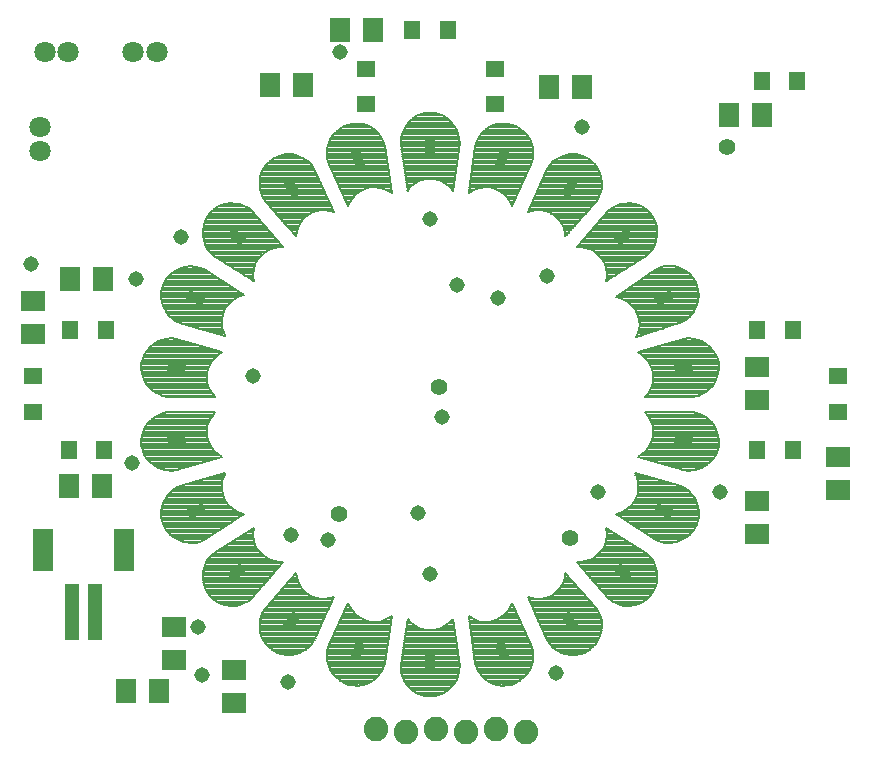
<source format=gts>
G75*
%MOIN*%
%OFA0B0*%
%FSLAX25Y25*%
%IPPOS*%
%LPD*%
%AMOC8*
5,1,8,0,0,1.08239X$1,22.5*
%
%ADD10C,0.07099*%
%ADD11R,0.07887X0.07099*%
%ADD12R,0.07099X0.07887*%
%ADD13R,0.04737X0.18910*%
%ADD14R,0.07099X0.14186*%
%ADD15C,0.08200*%
%ADD16R,0.05524X0.06312*%
%ADD17R,0.06312X0.05524*%
%ADD18C,0.00800*%
%ADD19R,0.05800X0.03300*%
%ADD20R,0.03300X0.05800*%
%ADD21C,0.05556*%
%ADD22C,0.05162*%
D10*
X0114957Y0300185D03*
X0114957Y0308059D03*
X0116685Y0333287D03*
X0124559Y0333287D03*
X0146185Y0333287D03*
X0154059Y0333287D03*
D11*
X0112622Y0250134D03*
X0112622Y0239110D03*
X0159622Y0141634D03*
X0159622Y0130610D03*
X0179622Y0127134D03*
X0179622Y0116110D03*
X0354122Y0172610D03*
X0354122Y0183634D03*
X0381122Y0187110D03*
X0381122Y0198134D03*
X0354122Y0217110D03*
X0354122Y0228134D03*
D12*
X0143610Y0120122D03*
X0154634Y0120122D03*
X0135634Y0188622D03*
X0124610Y0188622D03*
X0125110Y0257622D03*
X0136134Y0257622D03*
X0191610Y0322122D03*
X0202634Y0322122D03*
X0215110Y0340622D03*
X0226134Y0340622D03*
X0284610Y0321622D03*
X0295634Y0321622D03*
X0344610Y0312122D03*
X0355634Y0312122D03*
D13*
X0133559Y0146555D03*
X0125685Y0146555D03*
D14*
X0116236Y0167028D03*
X0143008Y0167028D03*
D15*
X0227122Y0107622D03*
X0237122Y0106622D03*
X0247122Y0107622D03*
X0257122Y0106622D03*
X0267122Y0107622D03*
X0277122Y0106622D03*
D16*
X0354217Y0200622D03*
X0366028Y0200622D03*
X0366028Y0240622D03*
X0354217Y0240622D03*
X0355717Y0323622D03*
X0367528Y0323622D03*
X0251028Y0340622D03*
X0239217Y0340622D03*
X0137028Y0240622D03*
X0125217Y0240622D03*
X0124717Y0200622D03*
X0136528Y0200622D03*
D17*
X0112622Y0213217D03*
X0112622Y0225028D03*
X0223622Y0315717D03*
X0223622Y0327528D03*
X0266622Y0327528D03*
X0266622Y0315717D03*
X0381122Y0225028D03*
X0381122Y0213217D03*
D18*
X0341207Y0205077D02*
X0340788Y0206596D01*
X0340136Y0208031D01*
X0339268Y0209346D01*
X0338205Y0210509D01*
X0336973Y0211491D01*
X0335603Y0212269D01*
X0334128Y0212823D01*
X0332585Y0213139D01*
X0316661Y0213047D01*
X0317642Y0211967D01*
X0318439Y0210744D01*
X0319031Y0209409D01*
X0319402Y0207997D01*
X0319544Y0206545D01*
X0319452Y0205088D01*
X0319128Y0203664D01*
X0318583Y0202310D01*
X0317828Y0201061D01*
X0316883Y0199947D01*
X0315774Y0198999D01*
X0314527Y0198240D01*
X0329777Y0193656D01*
X0331347Y0193523D01*
X0332918Y0193638D01*
X0334453Y0193997D01*
X0335912Y0194592D01*
X0337260Y0195408D01*
X0338464Y0196424D01*
X0339494Y0197616D01*
X0340325Y0198955D01*
X0340936Y0200407D01*
X0341312Y0201937D01*
X0341383Y0203511D01*
X0341207Y0205077D01*
X0341213Y0205026D02*
X0319437Y0205026D01*
X0319498Y0205824D02*
X0341001Y0205824D01*
X0340776Y0206623D02*
X0319536Y0206623D01*
X0319458Y0207421D02*
X0340413Y0207421D01*
X0340011Y0208220D02*
X0319344Y0208220D01*
X0319134Y0209018D02*
X0339484Y0209018D01*
X0338838Y0209817D02*
X0318850Y0209817D01*
X0318496Y0210615D02*
X0338072Y0210615D01*
X0337071Y0211414D02*
X0318003Y0211414D01*
X0317420Y0212212D02*
X0335704Y0212212D01*
X0333212Y0213011D02*
X0316694Y0213011D01*
X0316661Y0218197D02*
X0332585Y0218105D01*
X0334128Y0218421D01*
X0335603Y0218975D01*
X0336974Y0219753D01*
X0338205Y0220735D01*
X0339268Y0221898D01*
X0340136Y0223213D01*
X0340788Y0224648D01*
X0341207Y0226167D01*
X0341383Y0227733D01*
X0341312Y0229307D01*
X0340936Y0230837D01*
X0340324Y0232289D01*
X0339494Y0233628D01*
X0338464Y0234820D01*
X0337260Y0235836D01*
X0335912Y0236652D01*
X0334453Y0237247D01*
X0332918Y0237606D01*
X0331347Y0237721D01*
X0329777Y0237589D01*
X0314527Y0233004D01*
X0315774Y0232245D01*
X0316883Y0231297D01*
X0317828Y0230183D01*
X0318583Y0228934D01*
X0319128Y0227580D01*
X0319452Y0226156D01*
X0319544Y0224700D01*
X0319402Y0223247D01*
X0319031Y0221835D01*
X0318439Y0220500D01*
X0317642Y0219277D01*
X0316661Y0218197D01*
X0317027Y0218600D02*
X0334605Y0218600D01*
X0336350Y0219399D02*
X0317722Y0219399D01*
X0318242Y0220197D02*
X0337531Y0220197D01*
X0338444Y0220996D02*
X0318659Y0220996D01*
X0319013Y0221794D02*
X0339173Y0221794D01*
X0339727Y0222593D02*
X0319230Y0222593D01*
X0319416Y0223391D02*
X0340217Y0223391D01*
X0340580Y0224190D02*
X0319494Y0224190D01*
X0319525Y0224988D02*
X0340882Y0224988D01*
X0341102Y0225787D02*
X0319475Y0225787D01*
X0319354Y0226585D02*
X0341254Y0226585D01*
X0341344Y0227384D02*
X0319173Y0227384D01*
X0318886Y0228182D02*
X0341363Y0228182D01*
X0341327Y0228981D02*
X0318554Y0228981D01*
X0318072Y0229779D02*
X0341196Y0229779D01*
X0340999Y0230578D02*
X0317493Y0230578D01*
X0316790Y0231376D02*
X0340709Y0231376D01*
X0340372Y0232175D02*
X0315856Y0232175D01*
X0314578Y0232973D02*
X0339900Y0232973D01*
X0339369Y0233772D02*
X0317080Y0233772D01*
X0319737Y0234570D02*
X0338679Y0234570D01*
X0337813Y0235369D02*
X0322393Y0235369D01*
X0325049Y0236167D02*
X0336712Y0236167D01*
X0335142Y0236966D02*
X0327706Y0236966D01*
X0322700Y0240959D02*
X0314866Y0240959D01*
X0314849Y0240762D02*
X0314491Y0239347D01*
X0313912Y0238006D01*
X0329008Y0243077D01*
X0330366Y0243877D01*
X0331582Y0244878D01*
X0332626Y0246058D01*
X0333473Y0247387D01*
X0334102Y0248831D01*
X0334497Y0250357D01*
X0334649Y0251925D01*
X0334554Y0253498D01*
X0334213Y0255036D01*
X0333636Y0256502D01*
X0332785Y0257828D01*
X0331736Y0259004D01*
X0330516Y0260001D01*
X0329155Y0260796D01*
X0327687Y0261367D01*
X0326148Y0261703D01*
X0324574Y0261793D01*
X0323007Y0261636D01*
X0321483Y0261235D01*
X0320040Y0260601D01*
X0307097Y0251325D01*
X0308523Y0251010D01*
X0309880Y0250472D01*
X0311134Y0249725D01*
X0312253Y0248787D01*
X0313208Y0247683D01*
X0313975Y0246441D01*
X0314534Y0245093D01*
X0314870Y0243672D01*
X0314976Y0242216D01*
X0314849Y0240762D01*
X0314697Y0240160D02*
X0320323Y0240160D01*
X0317946Y0239362D02*
X0314495Y0239362D01*
X0314153Y0238563D02*
X0315569Y0238563D01*
X0314936Y0241757D02*
X0325077Y0241757D01*
X0327454Y0242556D02*
X0314952Y0242556D01*
X0314894Y0243354D02*
X0329478Y0243354D01*
X0330701Y0244153D02*
X0314756Y0244153D01*
X0314567Y0244951D02*
X0331646Y0244951D01*
X0332353Y0245750D02*
X0314261Y0245750D01*
X0313909Y0246548D02*
X0332939Y0246548D01*
X0333448Y0247347D02*
X0313416Y0247347D01*
X0312808Y0248145D02*
X0333804Y0248145D01*
X0334131Y0248944D02*
X0312066Y0248944D01*
X0311105Y0249742D02*
X0334338Y0249742D01*
X0334515Y0250541D02*
X0309707Y0250541D01*
X0308232Y0252138D02*
X0334636Y0252138D01*
X0334588Y0252936D02*
X0309346Y0252936D01*
X0310460Y0253735D02*
X0334501Y0253735D01*
X0334324Y0254533D02*
X0311574Y0254533D01*
X0312688Y0255332D02*
X0334097Y0255332D01*
X0333783Y0256130D02*
X0313802Y0256130D01*
X0314916Y0256929D02*
X0333362Y0256929D01*
X0332849Y0257727D02*
X0316030Y0257727D01*
X0317144Y0258526D02*
X0332162Y0258526D01*
X0331344Y0259324D02*
X0318259Y0259324D01*
X0319373Y0260123D02*
X0330308Y0260123D01*
X0328833Y0260921D02*
X0320768Y0260921D01*
X0323848Y0261720D02*
X0325845Y0261720D01*
X0319128Y0267309D02*
X0298509Y0267309D01*
X0298313Y0267406D02*
X0299623Y0266762D01*
X0300814Y0265918D01*
X0301855Y0264894D01*
X0302720Y0263718D01*
X0303386Y0262419D01*
X0303836Y0261030D01*
X0304059Y0259588D01*
X0304049Y0258128D01*
X0303807Y0256688D01*
X0317257Y0265214D01*
X0318385Y0266314D01*
X0319327Y0267577D01*
X0320060Y0268971D01*
X0320566Y0270464D01*
X0320832Y0272017D01*
X0320852Y0273592D01*
X0320625Y0275151D01*
X0320157Y0276656D01*
X0319459Y0278069D01*
X0318549Y0279355D01*
X0317406Y0280439D01*
X0316107Y0281331D01*
X0314685Y0282009D01*
X0313174Y0282456D01*
X0311611Y0282661D01*
X0310036Y0282619D01*
X0308487Y0282331D01*
X0307002Y0281805D01*
X0305618Y0281052D01*
X0304368Y0280093D01*
X0294011Y0267996D01*
X0295471Y0268031D01*
X0296917Y0267832D01*
X0298313Y0267406D01*
X0299978Y0266511D02*
X0318532Y0266511D01*
X0317768Y0265712D02*
X0301023Y0265712D01*
X0301835Y0264914D02*
X0316784Y0264914D01*
X0315524Y0264115D02*
X0302428Y0264115D01*
X0302925Y0263317D02*
X0314264Y0263317D01*
X0313005Y0262518D02*
X0303335Y0262518D01*
X0303612Y0261720D02*
X0311745Y0261720D01*
X0310485Y0260921D02*
X0303853Y0260921D01*
X0303976Y0260123D02*
X0309225Y0260123D01*
X0307966Y0259324D02*
X0304057Y0259324D01*
X0304052Y0258526D02*
X0306706Y0258526D01*
X0305446Y0257727D02*
X0303982Y0257727D01*
X0303847Y0256929D02*
X0304186Y0256929D01*
X0307118Y0251339D02*
X0334592Y0251339D01*
X0319606Y0268108D02*
X0294107Y0268108D01*
X0294791Y0268906D02*
X0320026Y0268906D01*
X0320308Y0269705D02*
X0295474Y0269705D01*
X0296158Y0270503D02*
X0320572Y0270503D01*
X0320709Y0271302D02*
X0296842Y0271302D01*
X0297525Y0272100D02*
X0320833Y0272100D01*
X0320843Y0272899D02*
X0298209Y0272899D01*
X0298893Y0273698D02*
X0320836Y0273698D01*
X0320720Y0274496D02*
X0299576Y0274496D01*
X0300260Y0275295D02*
X0320580Y0275295D01*
X0320332Y0276093D02*
X0300944Y0276093D01*
X0301627Y0276892D02*
X0320041Y0276892D01*
X0319646Y0277690D02*
X0302311Y0277690D01*
X0302995Y0278489D02*
X0319162Y0278489D01*
X0318598Y0279287D02*
X0303678Y0279287D01*
X0304362Y0280086D02*
X0317779Y0280086D01*
X0316758Y0280884D02*
X0305399Y0280884D01*
X0306778Y0281683D02*
X0315369Y0281683D01*
X0312979Y0282481D02*
X0309295Y0282481D01*
X0301527Y0285004D02*
X0302074Y0286481D01*
X0302384Y0288026D01*
X0302447Y0289601D01*
X0302264Y0291166D01*
X0301838Y0292683D01*
X0301181Y0294114D01*
X0300307Y0295426D01*
X0299239Y0296584D01*
X0298003Y0297561D01*
X0296600Y0298278D01*
X0295102Y0298767D01*
X0293546Y0299016D01*
X0291970Y0299018D01*
X0290414Y0298773D01*
X0288915Y0298288D01*
X0287510Y0297575D01*
X0286234Y0296651D01*
X0285118Y0295538D01*
X0284190Y0294265D01*
X0277670Y0279736D01*
X0279061Y0280181D01*
X0280504Y0280399D01*
X0281964Y0280384D01*
X0283402Y0280137D01*
X0284783Y0279663D01*
X0286071Y0278975D01*
X0287232Y0278091D01*
X0288238Y0277032D01*
X0289062Y0275827D01*
X0289683Y0274506D01*
X0290086Y0273103D01*
X0290260Y0271654D01*
X0300755Y0283630D01*
X0301527Y0285004D01*
X0301456Y0284877D02*
X0279977Y0284877D01*
X0280336Y0285675D02*
X0301776Y0285675D01*
X0302071Y0286474D02*
X0280694Y0286474D01*
X0281052Y0287272D02*
X0302233Y0287272D01*
X0302385Y0288071D02*
X0281411Y0288071D01*
X0281769Y0288869D02*
X0302418Y0288869D01*
X0302440Y0289668D02*
X0282127Y0289668D01*
X0282486Y0290466D02*
X0302346Y0290466D01*
X0302236Y0291265D02*
X0282844Y0291265D01*
X0283202Y0292063D02*
X0302012Y0292063D01*
X0301756Y0292862D02*
X0283561Y0292862D01*
X0283919Y0293660D02*
X0301389Y0293660D01*
X0300951Y0294459D02*
X0284332Y0294459D01*
X0284914Y0295257D02*
X0300419Y0295257D01*
X0299726Y0296056D02*
X0285637Y0296056D01*
X0286515Y0296854D02*
X0298897Y0296854D01*
X0297823Y0297653D02*
X0287663Y0297653D01*
X0289419Y0298451D02*
X0296069Y0298451D01*
X0301007Y0284078D02*
X0279619Y0284078D01*
X0279260Y0283280D02*
X0300448Y0283280D01*
X0299749Y0282481D02*
X0278902Y0282481D01*
X0278544Y0281683D02*
X0299049Y0281683D01*
X0298349Y0280884D02*
X0278185Y0280884D01*
X0277827Y0280086D02*
X0278761Y0280086D01*
X0283551Y0280086D02*
X0297649Y0280086D01*
X0296949Y0279287D02*
X0285487Y0279287D01*
X0286710Y0278489D02*
X0296250Y0278489D01*
X0295550Y0277690D02*
X0287613Y0277690D01*
X0288334Y0276892D02*
X0294850Y0276892D01*
X0294150Y0276093D02*
X0288880Y0276093D01*
X0289312Y0275295D02*
X0293450Y0275295D01*
X0292751Y0274496D02*
X0289686Y0274496D01*
X0289915Y0273698D02*
X0292051Y0273698D01*
X0291351Y0272899D02*
X0290110Y0272899D01*
X0290206Y0272100D02*
X0290651Y0272100D01*
X0274062Y0285675D02*
X0269885Y0285675D01*
X0269996Y0285584D02*
X0270965Y0284493D01*
X0271748Y0283260D01*
X0272324Y0281919D01*
X0279011Y0296371D01*
X0279363Y0297907D01*
X0279471Y0299479D01*
X0279332Y0301048D01*
X0278948Y0302577D01*
X0278331Y0304026D01*
X0277494Y0305361D01*
X0276459Y0306549D01*
X0275250Y0307560D01*
X0273899Y0308370D01*
X0272437Y0308958D01*
X0270889Y0309250D01*
X0269314Y0309296D01*
X0267751Y0309095D01*
X0266239Y0308652D01*
X0264815Y0307978D01*
X0263513Y0307090D01*
X0262367Y0306009D01*
X0261404Y0304762D01*
X0260648Y0303380D01*
X0260117Y0301896D01*
X0257964Y0286118D01*
X0259172Y0286938D01*
X0260496Y0287554D01*
X0261900Y0287952D01*
X0263350Y0288121D01*
X0264809Y0288056D01*
X0266238Y0287760D01*
X0267602Y0287239D01*
X0268865Y0286508D01*
X0269996Y0285584D01*
X0270624Y0284877D02*
X0273692Y0284877D01*
X0273323Y0284078D02*
X0271228Y0284078D01*
X0271735Y0283280D02*
X0272953Y0283280D01*
X0272584Y0282481D02*
X0272082Y0282481D01*
X0274431Y0286474D02*
X0268907Y0286474D01*
X0267515Y0287272D02*
X0274801Y0287272D01*
X0275170Y0288071D02*
X0264474Y0288071D01*
X0262922Y0288071D02*
X0258231Y0288071D01*
X0258340Y0288869D02*
X0275540Y0288869D01*
X0275909Y0289668D02*
X0258449Y0289668D01*
X0258558Y0290466D02*
X0276279Y0290466D01*
X0276648Y0291265D02*
X0258667Y0291265D01*
X0258776Y0292063D02*
X0277018Y0292063D01*
X0277387Y0292862D02*
X0258885Y0292862D01*
X0258993Y0293660D02*
X0277757Y0293660D01*
X0278126Y0294459D02*
X0259102Y0294459D01*
X0259211Y0295257D02*
X0278496Y0295257D01*
X0278865Y0296056D02*
X0259320Y0296056D01*
X0259429Y0296854D02*
X0279122Y0296854D01*
X0279305Y0297653D02*
X0259538Y0297653D01*
X0259647Y0298451D02*
X0279401Y0298451D01*
X0279455Y0299250D02*
X0259756Y0299250D01*
X0259865Y0300048D02*
X0279420Y0300048D01*
X0279349Y0300847D02*
X0259974Y0300847D01*
X0260083Y0301645D02*
X0279182Y0301645D01*
X0278982Y0302444D02*
X0260313Y0302444D01*
X0260599Y0303242D02*
X0278665Y0303242D01*
X0278321Y0304041D02*
X0261010Y0304041D01*
X0261464Y0304839D02*
X0277821Y0304839D01*
X0277253Y0305638D02*
X0262081Y0305638D01*
X0262820Y0306436D02*
X0276557Y0306436D01*
X0275639Y0307235D02*
X0263726Y0307235D01*
X0264931Y0308034D02*
X0274460Y0308034D01*
X0272751Y0308832D02*
X0266852Y0308832D01*
X0254534Y0305809D02*
X0253960Y0307276D01*
X0253163Y0308635D01*
X0252163Y0309853D01*
X0250985Y0310900D01*
X0249658Y0311749D01*
X0248215Y0312381D01*
X0246690Y0312779D01*
X0245122Y0312933D01*
X0243554Y0312779D01*
X0242029Y0312381D01*
X0240586Y0311749D01*
X0239259Y0310900D01*
X0238081Y0309853D01*
X0237081Y0308635D01*
X0236285Y0307276D01*
X0235710Y0305809D01*
X0235372Y0304270D01*
X0235280Y0302697D01*
X0237642Y0286949D01*
X0238571Y0288075D01*
X0239668Y0289038D01*
X0240905Y0289814D01*
X0242249Y0290383D01*
X0243667Y0290730D01*
X0245122Y0290847D01*
X0246577Y0290730D01*
X0247995Y0290383D01*
X0249339Y0289814D01*
X0250576Y0289038D01*
X0251673Y0288075D01*
X0252602Y0286949D01*
X0254965Y0302697D01*
X0254872Y0304270D01*
X0254534Y0305809D01*
X0254571Y0305638D02*
X0235673Y0305638D01*
X0235497Y0304839D02*
X0254747Y0304839D01*
X0254885Y0304041D02*
X0235359Y0304041D01*
X0235312Y0303242D02*
X0254932Y0303242D01*
X0254927Y0302444D02*
X0235317Y0302444D01*
X0235437Y0301645D02*
X0254807Y0301645D01*
X0254687Y0300847D02*
X0235557Y0300847D01*
X0235677Y0300048D02*
X0254567Y0300048D01*
X0254448Y0299250D02*
X0235797Y0299250D01*
X0235916Y0298451D02*
X0254328Y0298451D01*
X0254208Y0297653D02*
X0236036Y0297653D01*
X0236156Y0296854D02*
X0254088Y0296854D01*
X0253968Y0296056D02*
X0236276Y0296056D01*
X0236395Y0295257D02*
X0253849Y0295257D01*
X0253729Y0294459D02*
X0236515Y0294459D01*
X0236635Y0293660D02*
X0253609Y0293660D01*
X0253489Y0292862D02*
X0236755Y0292862D01*
X0236875Y0292063D02*
X0253370Y0292063D01*
X0253250Y0291265D02*
X0236994Y0291265D01*
X0237114Y0290466D02*
X0242591Y0290466D01*
X0240672Y0289668D02*
X0237234Y0289668D01*
X0237354Y0288869D02*
X0239476Y0288869D01*
X0238568Y0288071D02*
X0237473Y0288071D01*
X0237593Y0287272D02*
X0237909Y0287272D01*
X0232231Y0286474D02*
X0231755Y0286474D01*
X0232280Y0286118D02*
X0230127Y0301896D01*
X0229596Y0303380D01*
X0228840Y0304762D01*
X0227877Y0306009D01*
X0226731Y0307090D01*
X0225430Y0307979D01*
X0224005Y0308653D01*
X0222493Y0309095D01*
X0220930Y0309296D01*
X0219355Y0309250D01*
X0217807Y0308958D01*
X0216345Y0308370D01*
X0214994Y0307560D01*
X0213785Y0306549D01*
X0212750Y0305361D01*
X0211913Y0304026D01*
X0211296Y0302577D01*
X0210913Y0301048D01*
X0210773Y0299479D01*
X0210881Y0297907D01*
X0211233Y0296371D01*
X0217920Y0281919D01*
X0218496Y0283260D01*
X0219279Y0284493D01*
X0220248Y0285584D01*
X0221379Y0286508D01*
X0222642Y0287239D01*
X0224006Y0287760D01*
X0225435Y0288056D01*
X0226894Y0288121D01*
X0228344Y0287952D01*
X0229748Y0287554D01*
X0231072Y0286938D01*
X0232280Y0286118D01*
X0232122Y0287272D02*
X0230354Y0287272D01*
X0232013Y0288071D02*
X0227322Y0288071D01*
X0225770Y0288071D02*
X0215074Y0288071D01*
X0214704Y0288869D02*
X0231904Y0288869D01*
X0231795Y0289668D02*
X0214335Y0289668D01*
X0213965Y0290466D02*
X0231686Y0290466D01*
X0231577Y0291265D02*
X0213596Y0291265D01*
X0213226Y0292063D02*
X0231468Y0292063D01*
X0231360Y0292862D02*
X0212857Y0292862D01*
X0212487Y0293660D02*
X0231251Y0293660D01*
X0231142Y0294459D02*
X0212118Y0294459D01*
X0211748Y0295257D02*
X0231033Y0295257D01*
X0230924Y0296056D02*
X0211379Y0296056D01*
X0211122Y0296854D02*
X0230815Y0296854D01*
X0230706Y0297653D02*
X0210939Y0297653D01*
X0210844Y0298451D02*
X0230597Y0298451D01*
X0230488Y0299250D02*
X0210789Y0299250D01*
X0210824Y0300048D02*
X0230379Y0300048D01*
X0230270Y0300847D02*
X0210895Y0300847D01*
X0211062Y0301645D02*
X0230161Y0301645D01*
X0229931Y0302444D02*
X0211263Y0302444D01*
X0211580Y0303242D02*
X0229645Y0303242D01*
X0229235Y0304041D02*
X0211923Y0304041D01*
X0212423Y0304839D02*
X0228780Y0304839D01*
X0228164Y0305638D02*
X0212991Y0305638D01*
X0213687Y0306436D02*
X0227424Y0306436D01*
X0226519Y0307235D02*
X0214605Y0307235D01*
X0215784Y0308034D02*
X0225313Y0308034D01*
X0223392Y0308832D02*
X0217493Y0308832D01*
X0205107Y0296056D02*
X0191018Y0296056D01*
X0191505Y0296584D02*
X0190437Y0295426D01*
X0189564Y0294114D01*
X0188906Y0292683D01*
X0188480Y0291166D01*
X0188297Y0289601D01*
X0188361Y0288026D01*
X0188670Y0286481D01*
X0189217Y0285004D01*
X0189989Y0283630D01*
X0200484Y0271654D01*
X0200658Y0273103D01*
X0201061Y0274506D01*
X0201682Y0275827D01*
X0202506Y0277032D01*
X0203512Y0278091D01*
X0204673Y0278975D01*
X0205961Y0279663D01*
X0207342Y0280137D01*
X0208780Y0280384D01*
X0210240Y0280399D01*
X0211684Y0280181D01*
X0213074Y0279736D01*
X0206554Y0294265D01*
X0205626Y0295538D01*
X0204510Y0296651D01*
X0203234Y0297575D01*
X0201829Y0298289D01*
X0200330Y0298773D01*
X0198774Y0299018D01*
X0197198Y0299016D01*
X0195642Y0298767D01*
X0194144Y0298278D01*
X0192741Y0297561D01*
X0191505Y0296584D01*
X0191847Y0296854D02*
X0204229Y0296854D01*
X0203081Y0297653D02*
X0192921Y0297653D01*
X0194675Y0298451D02*
X0201326Y0298451D01*
X0205830Y0295257D02*
X0190325Y0295257D01*
X0189793Y0294459D02*
X0206412Y0294459D01*
X0206825Y0293660D02*
X0189355Y0293660D01*
X0188988Y0292862D02*
X0207183Y0292862D01*
X0207542Y0292063D02*
X0188732Y0292063D01*
X0188508Y0291265D02*
X0207900Y0291265D01*
X0208258Y0290466D02*
X0188398Y0290466D01*
X0188305Y0289668D02*
X0208617Y0289668D01*
X0208975Y0288869D02*
X0188326Y0288869D01*
X0188359Y0288071D02*
X0209333Y0288071D01*
X0209692Y0287272D02*
X0188512Y0287272D01*
X0188673Y0286474D02*
X0210050Y0286474D01*
X0210409Y0285675D02*
X0188968Y0285675D01*
X0189288Y0284877D02*
X0210767Y0284877D01*
X0211125Y0284078D02*
X0189737Y0284078D01*
X0190296Y0283280D02*
X0211484Y0283280D01*
X0211842Y0282481D02*
X0190995Y0282481D01*
X0191695Y0281683D02*
X0212200Y0281683D01*
X0212559Y0280884D02*
X0192395Y0280884D01*
X0193095Y0280086D02*
X0207193Y0280086D01*
X0205257Y0279287D02*
X0193795Y0279287D01*
X0194494Y0278489D02*
X0204034Y0278489D01*
X0203131Y0277690D02*
X0195194Y0277690D01*
X0195894Y0276892D02*
X0202410Y0276892D01*
X0201864Y0276093D02*
X0196594Y0276093D01*
X0197294Y0275295D02*
X0201432Y0275295D01*
X0201058Y0274496D02*
X0197993Y0274496D01*
X0198693Y0273698D02*
X0200829Y0273698D01*
X0200634Y0272899D02*
X0199393Y0272899D01*
X0200093Y0272100D02*
X0200538Y0272100D01*
X0196137Y0268108D02*
X0170638Y0268108D01*
X0170917Y0267577D02*
X0171859Y0266314D01*
X0172987Y0265214D01*
X0186437Y0256688D01*
X0186195Y0258128D01*
X0186185Y0259588D01*
X0186408Y0261030D01*
X0186858Y0262419D01*
X0187524Y0263718D01*
X0188389Y0264894D01*
X0189430Y0265918D01*
X0190621Y0266762D01*
X0191931Y0267406D01*
X0193327Y0267832D01*
X0194773Y0268031D01*
X0196233Y0267996D01*
X0185876Y0280093D01*
X0184626Y0281052D01*
X0183242Y0281805D01*
X0181757Y0282331D01*
X0180208Y0282619D01*
X0178633Y0282661D01*
X0177070Y0282456D01*
X0175559Y0282009D01*
X0174137Y0281331D01*
X0172838Y0280439D01*
X0171695Y0279355D01*
X0170785Y0278069D01*
X0170087Y0276656D01*
X0169619Y0275151D01*
X0169393Y0273592D01*
X0169413Y0272017D01*
X0169679Y0270464D01*
X0170184Y0268971D01*
X0170917Y0267577D01*
X0171117Y0267309D02*
X0191735Y0267309D01*
X0190266Y0266511D02*
X0171712Y0266511D01*
X0172476Y0265712D02*
X0189221Y0265712D01*
X0188409Y0264914D02*
X0173460Y0264914D01*
X0174720Y0264115D02*
X0187816Y0264115D01*
X0187319Y0263317D02*
X0175980Y0263317D01*
X0177240Y0262518D02*
X0186909Y0262518D01*
X0186632Y0261720D02*
X0178499Y0261720D01*
X0179759Y0260921D02*
X0186391Y0260921D01*
X0186268Y0260123D02*
X0181019Y0260123D01*
X0182279Y0259324D02*
X0186187Y0259324D01*
X0186192Y0258526D02*
X0183538Y0258526D01*
X0184798Y0257727D02*
X0186262Y0257727D01*
X0186397Y0256929D02*
X0186058Y0256929D01*
X0182988Y0252138D02*
X0155582Y0252138D01*
X0155571Y0251401D02*
X0155595Y0252977D01*
X0155865Y0254529D01*
X0156374Y0256020D01*
X0157165Y0257383D01*
X0158160Y0258605D01*
X0159333Y0259657D01*
X0160656Y0260512D01*
X0162097Y0261150D01*
X0163620Y0261555D01*
X0165187Y0261716D01*
X0166760Y0261630D01*
X0168301Y0261299D01*
X0169771Y0260731D01*
X0183121Y0252051D01*
X0181711Y0251672D01*
X0180380Y0251074D01*
X0179161Y0250270D01*
X0178086Y0249283D01*
X0177182Y0248137D01*
X0176472Y0246861D01*
X0175975Y0245488D01*
X0175703Y0244054D01*
X0175663Y0242595D01*
X0175857Y0241148D01*
X0176278Y0239750D01*
X0176917Y0238438D01*
X0161607Y0242819D01*
X0160215Y0243556D01*
X0158954Y0244501D01*
X0157857Y0245632D01*
X0156951Y0246921D01*
X0156257Y0248336D01*
X0155793Y0249842D01*
X0155571Y0251401D01*
X0155579Y0251339D02*
X0180970Y0251339D01*
X0179572Y0250541D02*
X0155693Y0250541D01*
X0155824Y0249742D02*
X0178586Y0249742D01*
X0177819Y0248944D02*
X0156070Y0248944D01*
X0156351Y0248145D02*
X0177189Y0248145D01*
X0176743Y0247347D02*
X0156742Y0247347D01*
X0157213Y0246548D02*
X0176359Y0246548D01*
X0176070Y0245750D02*
X0157775Y0245750D01*
X0158518Y0244951D02*
X0175873Y0244951D01*
X0175722Y0244153D02*
X0159419Y0244153D01*
X0160596Y0243354D02*
X0175684Y0243354D01*
X0175669Y0242556D02*
X0162527Y0242556D01*
X0165318Y0241757D02*
X0175775Y0241757D01*
X0175914Y0240959D02*
X0168108Y0240959D01*
X0170898Y0240160D02*
X0176155Y0240160D01*
X0176467Y0239362D02*
X0173689Y0239362D01*
X0176479Y0238563D02*
X0176856Y0238563D01*
X0175717Y0233004D02*
X0160467Y0237589D01*
X0158897Y0237721D01*
X0157326Y0237606D01*
X0155791Y0237247D01*
X0154332Y0236652D01*
X0152984Y0235837D01*
X0151780Y0234820D01*
X0150750Y0233628D01*
X0149920Y0232289D01*
X0149308Y0230837D01*
X0148932Y0229307D01*
X0148861Y0227733D01*
X0149037Y0226167D01*
X0149456Y0224648D01*
X0150108Y0223213D01*
X0150976Y0221898D01*
X0152039Y0220735D01*
X0153271Y0219753D01*
X0154641Y0218975D01*
X0156116Y0218421D01*
X0157660Y0218105D01*
X0173583Y0218197D01*
X0172602Y0219277D01*
X0171805Y0220500D01*
X0171213Y0221835D01*
X0170842Y0223247D01*
X0170701Y0224700D01*
X0170793Y0226156D01*
X0171116Y0227580D01*
X0171662Y0228934D01*
X0172416Y0230183D01*
X0173361Y0231297D01*
X0174470Y0232245D01*
X0175717Y0233004D01*
X0175666Y0232973D02*
X0150344Y0232973D01*
X0149872Y0232175D02*
X0174388Y0232175D01*
X0173454Y0231376D02*
X0149535Y0231376D01*
X0149245Y0230578D02*
X0172751Y0230578D01*
X0172172Y0229779D02*
X0149048Y0229779D01*
X0148917Y0228981D02*
X0171690Y0228981D01*
X0171358Y0228182D02*
X0148881Y0228182D01*
X0148900Y0227384D02*
X0171071Y0227384D01*
X0170890Y0226585D02*
X0148990Y0226585D01*
X0149142Y0225787D02*
X0170769Y0225787D01*
X0170719Y0224988D02*
X0149363Y0224988D01*
X0149665Y0224190D02*
X0170750Y0224190D01*
X0170828Y0223391D02*
X0150027Y0223391D01*
X0150518Y0222593D02*
X0171014Y0222593D01*
X0171231Y0221794D02*
X0151071Y0221794D01*
X0151801Y0220996D02*
X0171585Y0220996D01*
X0172002Y0220197D02*
X0152713Y0220197D01*
X0153894Y0219399D02*
X0172523Y0219399D01*
X0173217Y0218600D02*
X0155639Y0218600D01*
X0157032Y0213011D02*
X0173550Y0213011D01*
X0173583Y0213047D02*
X0157660Y0213139D01*
X0156116Y0212823D01*
X0154641Y0212269D01*
X0153271Y0211491D01*
X0152039Y0210509D01*
X0150976Y0209346D01*
X0150108Y0208031D01*
X0149456Y0206596D01*
X0149037Y0205077D01*
X0148861Y0203512D01*
X0148932Y0201937D01*
X0149308Y0200407D01*
X0149920Y0198955D01*
X0150750Y0197616D01*
X0151781Y0196424D01*
X0152984Y0195408D01*
X0154332Y0194592D01*
X0155792Y0193997D01*
X0157326Y0193638D01*
X0158897Y0193523D01*
X0160467Y0193656D01*
X0175717Y0198240D01*
X0174470Y0198999D01*
X0173361Y0199947D01*
X0172416Y0201061D01*
X0171662Y0202310D01*
X0171116Y0203664D01*
X0170793Y0205088D01*
X0170701Y0206545D01*
X0170842Y0207997D01*
X0171213Y0209409D01*
X0171805Y0210744D01*
X0172602Y0211967D01*
X0173583Y0213047D01*
X0172825Y0212212D02*
X0154540Y0212212D01*
X0153173Y0211414D02*
X0172241Y0211414D01*
X0171748Y0210615D02*
X0152172Y0210615D01*
X0151406Y0209817D02*
X0171394Y0209817D01*
X0171110Y0209018D02*
X0150759Y0209018D01*
X0150232Y0208220D02*
X0170900Y0208220D01*
X0170786Y0207421D02*
X0149831Y0207421D01*
X0149468Y0206623D02*
X0170708Y0206623D01*
X0170746Y0205824D02*
X0149243Y0205824D01*
X0149031Y0205026D02*
X0170807Y0205026D01*
X0170988Y0204227D02*
X0148942Y0204227D01*
X0148865Y0203429D02*
X0171211Y0203429D01*
X0171533Y0202630D02*
X0148901Y0202630D01*
X0148958Y0201831D02*
X0171951Y0201831D01*
X0172440Y0201033D02*
X0149154Y0201033D01*
X0149381Y0200234D02*
X0173117Y0200234D01*
X0173959Y0199436D02*
X0149717Y0199436D01*
X0150117Y0198637D02*
X0175064Y0198637D01*
X0174384Y0197839D02*
X0150612Y0197839D01*
X0151248Y0197040D02*
X0171728Y0197040D01*
X0169071Y0196242D02*
X0151996Y0196242D01*
X0152942Y0195443D02*
X0166415Y0195443D01*
X0163758Y0194645D02*
X0154245Y0194645D01*
X0156436Y0193846D02*
X0161102Y0193846D01*
X0163809Y0189055D02*
X0175718Y0189055D01*
X0175663Y0188649D02*
X0175857Y0190096D01*
X0176278Y0191494D01*
X0176917Y0192806D01*
X0161607Y0188425D01*
X0160215Y0187689D01*
X0158954Y0186743D01*
X0157857Y0185612D01*
X0156951Y0184323D01*
X0156257Y0182908D01*
X0155793Y0181403D01*
X0155570Y0179843D01*
X0155595Y0178267D01*
X0155865Y0176715D01*
X0156374Y0175224D01*
X0157165Y0173861D01*
X0158160Y0172639D01*
X0159333Y0171587D01*
X0160656Y0170732D01*
X0162097Y0170094D01*
X0163620Y0169690D01*
X0165187Y0169528D01*
X0166760Y0169614D01*
X0168301Y0169945D01*
X0169771Y0170513D01*
X0183121Y0179193D01*
X0181711Y0179572D01*
X0180380Y0180170D01*
X0179161Y0180974D01*
X0178086Y0181961D01*
X0177182Y0183108D01*
X0176472Y0184383D01*
X0175975Y0185756D01*
X0175703Y0187190D01*
X0175663Y0188649D01*
X0175674Y0188257D02*
X0161289Y0188257D01*
X0159908Y0187458D02*
X0175696Y0187458D01*
X0175804Y0186660D02*
X0158874Y0186660D01*
X0158099Y0185861D02*
X0175955Y0185861D01*
X0176226Y0185063D02*
X0157471Y0185063D01*
X0156922Y0184264D02*
X0176539Y0184264D01*
X0176983Y0183466D02*
X0156530Y0183466D01*
X0156183Y0182667D02*
X0177529Y0182667D01*
X0178187Y0181869D02*
X0155937Y0181869D01*
X0155746Y0181070D02*
X0179056Y0181070D01*
X0180226Y0180272D02*
X0155632Y0180272D01*
X0155576Y0179473D02*
X0182078Y0179473D01*
X0182324Y0178675D02*
X0155588Y0178675D01*
X0155663Y0177876D02*
X0181096Y0177876D01*
X0179868Y0177078D02*
X0155802Y0177078D01*
X0156014Y0176279D02*
X0178640Y0176279D01*
X0177412Y0175481D02*
X0156287Y0175481D01*
X0156689Y0174682D02*
X0176183Y0174682D01*
X0174955Y0173884D02*
X0157152Y0173884D01*
X0157797Y0173085D02*
X0173727Y0173085D01*
X0172499Y0172287D02*
X0158553Y0172287D01*
X0159486Y0171488D02*
X0171271Y0171488D01*
X0170043Y0170690D02*
X0160752Y0170690D01*
X0162862Y0169891D02*
X0168050Y0169891D01*
X0172033Y0165100D02*
X0189749Y0165100D01*
X0189430Y0165326D02*
X0188389Y0166350D01*
X0187524Y0167526D01*
X0186858Y0168825D01*
X0186408Y0170214D01*
X0186185Y0171657D01*
X0186195Y0173116D01*
X0186437Y0174556D01*
X0172987Y0166030D01*
X0171859Y0164930D01*
X0170917Y0163667D01*
X0170184Y0162273D01*
X0169678Y0160780D01*
X0169412Y0159227D01*
X0169392Y0157652D01*
X0169619Y0156093D01*
X0170087Y0154588D01*
X0170785Y0153175D01*
X0171695Y0151889D01*
X0172838Y0150805D01*
X0174137Y0149913D01*
X0175559Y0149235D01*
X0177070Y0148788D01*
X0178633Y0148583D01*
X0180208Y0148625D01*
X0181757Y0148913D01*
X0183242Y0149440D01*
X0184626Y0150192D01*
X0185876Y0151151D01*
X0196233Y0163248D01*
X0194773Y0163213D01*
X0193327Y0163412D01*
X0191931Y0163838D01*
X0190621Y0164482D01*
X0189430Y0165326D01*
X0188848Y0165898D02*
X0172852Y0165898D01*
X0174039Y0166697D02*
X0188134Y0166697D01*
X0187547Y0167496D02*
X0175299Y0167496D01*
X0176558Y0168294D02*
X0187131Y0168294D01*
X0186772Y0169093D02*
X0177818Y0169093D01*
X0179078Y0169891D02*
X0186513Y0169891D01*
X0186335Y0170690D02*
X0180338Y0170690D01*
X0181597Y0171488D02*
X0186211Y0171488D01*
X0186189Y0172287D02*
X0182857Y0172287D01*
X0184117Y0173085D02*
X0186195Y0173085D01*
X0186324Y0173884D02*
X0185377Y0173884D01*
X0190988Y0164301D02*
X0171390Y0164301D01*
X0170831Y0163503D02*
X0193029Y0163503D01*
X0195084Y0161906D02*
X0170060Y0161906D01*
X0169789Y0161107D02*
X0194400Y0161107D01*
X0193716Y0160309D02*
X0169598Y0160309D01*
X0169461Y0159510D02*
X0193033Y0159510D01*
X0192349Y0158712D02*
X0169406Y0158712D01*
X0169396Y0157913D02*
X0191665Y0157913D01*
X0190982Y0157115D02*
X0169471Y0157115D01*
X0169587Y0156316D02*
X0190298Y0156316D01*
X0189614Y0155518D02*
X0169798Y0155518D01*
X0170046Y0154719D02*
X0188931Y0154719D01*
X0188247Y0153921D02*
X0170417Y0153921D01*
X0170822Y0153122D02*
X0187563Y0153122D01*
X0186880Y0152324D02*
X0171387Y0152324D01*
X0172078Y0151525D02*
X0186196Y0151525D01*
X0185323Y0150727D02*
X0172952Y0150727D01*
X0174115Y0149928D02*
X0184141Y0149928D01*
X0182368Y0149130D02*
X0175916Y0149130D01*
X0188670Y0144763D02*
X0188361Y0143218D01*
X0188297Y0141643D01*
X0188480Y0140079D01*
X0188906Y0138561D01*
X0189563Y0137130D01*
X0190437Y0135818D01*
X0191505Y0134660D01*
X0192741Y0133683D01*
X0194144Y0132966D01*
X0195642Y0132477D01*
X0197198Y0132229D01*
X0198774Y0132226D01*
X0200330Y0132471D01*
X0201829Y0132956D01*
X0203234Y0133669D01*
X0204510Y0134594D01*
X0205626Y0135706D01*
X0206554Y0136980D01*
X0213074Y0151508D01*
X0211684Y0151063D01*
X0210240Y0150845D01*
X0208780Y0150860D01*
X0207342Y0151107D01*
X0205961Y0151581D01*
X0204673Y0152269D01*
X0203512Y0153153D01*
X0202506Y0154212D01*
X0201682Y0155417D01*
X0201061Y0156738D01*
X0200658Y0158141D01*
X0200484Y0159590D01*
X0189989Y0147614D01*
X0189217Y0146240D01*
X0188670Y0144763D01*
X0188809Y0145137D02*
X0210215Y0145137D01*
X0209856Y0144339D02*
X0188585Y0144339D01*
X0188425Y0143540D02*
X0209498Y0143540D01*
X0209140Y0142742D02*
X0188341Y0142742D01*
X0188309Y0141943D02*
X0208781Y0141943D01*
X0208423Y0141145D02*
X0188355Y0141145D01*
X0188449Y0140346D02*
X0208065Y0140346D01*
X0207706Y0139548D02*
X0188629Y0139548D01*
X0188853Y0138749D02*
X0207348Y0138749D01*
X0206990Y0137951D02*
X0189186Y0137951D01*
X0189553Y0137152D02*
X0206631Y0137152D01*
X0206098Y0136354D02*
X0190081Y0136354D01*
X0190680Y0135555D02*
X0205474Y0135555D01*
X0204674Y0134757D02*
X0191416Y0134757D01*
X0192393Y0133958D02*
X0203633Y0133958D01*
X0202231Y0133160D02*
X0193765Y0133160D01*
X0196368Y0132361D02*
X0199631Y0132361D01*
X0210773Y0131765D02*
X0210912Y0130196D01*
X0211296Y0128668D01*
X0211913Y0127218D01*
X0212750Y0125883D01*
X0213785Y0124695D01*
X0214994Y0123684D01*
X0216345Y0122874D01*
X0217807Y0122286D01*
X0219355Y0121994D01*
X0220930Y0121948D01*
X0222493Y0122149D01*
X0224005Y0122592D01*
X0225430Y0123266D01*
X0226731Y0124154D01*
X0227877Y0125235D01*
X0228840Y0126482D01*
X0229596Y0127864D01*
X0230127Y0129348D01*
X0232280Y0145126D01*
X0231072Y0144306D01*
X0229748Y0143690D01*
X0228344Y0143292D01*
X0226894Y0143124D01*
X0225435Y0143188D01*
X0224006Y0143485D01*
X0222642Y0144005D01*
X0221379Y0144736D01*
X0220248Y0145660D01*
X0219279Y0146751D01*
X0218496Y0147984D01*
X0217920Y0149325D01*
X0211233Y0134873D01*
X0210881Y0133337D01*
X0210773Y0131765D01*
X0210791Y0131563D02*
X0230429Y0131563D01*
X0230538Y0132361D02*
X0210814Y0132361D01*
X0210869Y0133160D02*
X0230647Y0133160D01*
X0230756Y0133958D02*
X0211023Y0133958D01*
X0211206Y0134757D02*
X0230865Y0134757D01*
X0230974Y0135555D02*
X0211549Y0135555D01*
X0211918Y0136354D02*
X0231083Y0136354D01*
X0231192Y0137152D02*
X0212288Y0137152D01*
X0212657Y0137951D02*
X0231301Y0137951D01*
X0231410Y0138749D02*
X0213027Y0138749D01*
X0213396Y0139548D02*
X0231519Y0139548D01*
X0231627Y0140346D02*
X0213766Y0140346D01*
X0214135Y0141145D02*
X0231736Y0141145D01*
X0231845Y0141943D02*
X0214505Y0141943D01*
X0214874Y0142742D02*
X0231954Y0142742D01*
X0232063Y0143540D02*
X0229220Y0143540D01*
X0231119Y0144339D02*
X0232172Y0144339D01*
X0237528Y0143540D02*
X0238265Y0143540D01*
X0238571Y0143170D02*
X0237642Y0144295D01*
X0235280Y0128547D01*
X0235372Y0126974D01*
X0235710Y0125435D01*
X0236284Y0123968D01*
X0237081Y0122609D01*
X0238081Y0121391D01*
X0239259Y0120344D01*
X0240586Y0119495D01*
X0242029Y0118863D01*
X0243554Y0118465D01*
X0245122Y0118311D01*
X0246690Y0118466D01*
X0248215Y0118863D01*
X0249658Y0119495D01*
X0250985Y0120344D01*
X0252163Y0121391D01*
X0253163Y0122609D01*
X0253959Y0123968D01*
X0254534Y0125435D01*
X0254872Y0126974D01*
X0254965Y0128547D01*
X0252602Y0144295D01*
X0251673Y0143170D01*
X0250576Y0142206D01*
X0249339Y0141430D01*
X0247995Y0140862D01*
X0246577Y0140514D01*
X0245122Y0140398D01*
X0243667Y0140514D01*
X0242249Y0140862D01*
X0240905Y0141430D01*
X0239668Y0142206D01*
X0238571Y0143170D01*
X0239058Y0142742D02*
X0237409Y0142742D01*
X0237289Y0141943D02*
X0240088Y0141943D01*
X0241580Y0141145D02*
X0237169Y0141145D01*
X0237049Y0140346D02*
X0253195Y0140346D01*
X0253315Y0139548D02*
X0236930Y0139548D01*
X0236810Y0138749D02*
X0253434Y0138749D01*
X0253554Y0137951D02*
X0236690Y0137951D01*
X0236570Y0137152D02*
X0253674Y0137152D01*
X0253794Y0136354D02*
X0236450Y0136354D01*
X0236331Y0135555D02*
X0253913Y0135555D01*
X0254033Y0134757D02*
X0236211Y0134757D01*
X0236091Y0133958D02*
X0254153Y0133958D01*
X0254273Y0133160D02*
X0235971Y0133160D01*
X0235852Y0132361D02*
X0254393Y0132361D01*
X0254512Y0131563D02*
X0235732Y0131563D01*
X0235612Y0130764D02*
X0254632Y0130764D01*
X0254752Y0129965D02*
X0235492Y0129965D01*
X0235372Y0129167D02*
X0254872Y0129167D01*
X0254954Y0128368D02*
X0235290Y0128368D01*
X0235337Y0127570D02*
X0254907Y0127570D01*
X0254827Y0126771D02*
X0235417Y0126771D01*
X0235592Y0125973D02*
X0254652Y0125973D01*
X0254432Y0125174D02*
X0235812Y0125174D01*
X0236125Y0124376D02*
X0254119Y0124376D01*
X0253730Y0123577D02*
X0236514Y0123577D01*
X0236982Y0122779D02*
X0253262Y0122779D01*
X0252647Y0121980D02*
X0237597Y0121980D01*
X0238316Y0121182D02*
X0251928Y0121182D01*
X0251029Y0120383D02*
X0239215Y0120383D01*
X0240445Y0119585D02*
X0249799Y0119585D01*
X0247919Y0118786D02*
X0242324Y0118786D01*
X0228998Y0126771D02*
X0212193Y0126771D01*
X0211763Y0127570D02*
X0229435Y0127570D01*
X0229777Y0128368D02*
X0211423Y0128368D01*
X0211170Y0129167D02*
X0230062Y0129167D01*
X0230211Y0129965D02*
X0210970Y0129965D01*
X0210862Y0130764D02*
X0230320Y0130764D01*
X0228447Y0125973D02*
X0212694Y0125973D01*
X0213368Y0125174D02*
X0227813Y0125174D01*
X0226966Y0124376D02*
X0214167Y0124376D01*
X0215171Y0123577D02*
X0225886Y0123577D01*
X0224401Y0122779D02*
X0216582Y0122779D01*
X0219821Y0121980D02*
X0221183Y0121980D01*
X0223860Y0143540D02*
X0215244Y0143540D01*
X0215613Y0144339D02*
X0222066Y0144339D01*
X0220888Y0145137D02*
X0215983Y0145137D01*
X0216352Y0145936D02*
X0220003Y0145936D01*
X0219294Y0146734D02*
X0216722Y0146734D01*
X0217091Y0147533D02*
X0218783Y0147533D01*
X0218347Y0148331D02*
X0217460Y0148331D01*
X0217830Y0149130D02*
X0218004Y0149130D01*
X0212723Y0150727D02*
X0192717Y0150727D01*
X0193416Y0151525D02*
X0206124Y0151525D01*
X0204601Y0152324D02*
X0194116Y0152324D01*
X0194816Y0153122D02*
X0203553Y0153122D01*
X0202783Y0153921D02*
X0195516Y0153921D01*
X0196216Y0154719D02*
X0202159Y0154719D01*
X0201635Y0155518D02*
X0196915Y0155518D01*
X0197615Y0156316D02*
X0201259Y0156316D01*
X0200953Y0157115D02*
X0198315Y0157115D01*
X0199015Y0157913D02*
X0200723Y0157913D01*
X0200590Y0158712D02*
X0199715Y0158712D01*
X0200414Y0159510D02*
X0200494Y0159510D01*
X0195767Y0162704D02*
X0170411Y0162704D01*
X0189943Y0147533D02*
X0211290Y0147533D01*
X0211648Y0148331D02*
X0190617Y0148331D01*
X0191317Y0149130D02*
X0212007Y0149130D01*
X0212365Y0149928D02*
X0192017Y0149928D01*
X0189494Y0146734D02*
X0210931Y0146734D01*
X0210573Y0145936D02*
X0189104Y0145936D01*
X0175824Y0189854D02*
X0166599Y0189854D01*
X0169390Y0190652D02*
X0176024Y0190652D01*
X0176265Y0191451D02*
X0172180Y0191451D01*
X0174971Y0192249D02*
X0176646Y0192249D01*
X0173164Y0233772D02*
X0150875Y0233772D01*
X0151565Y0234570D02*
X0170507Y0234570D01*
X0167851Y0235369D02*
X0152431Y0235369D01*
X0153531Y0236167D02*
X0165195Y0236167D01*
X0162538Y0236966D02*
X0155102Y0236966D01*
X0155594Y0252936D02*
X0181760Y0252936D01*
X0180532Y0253735D02*
X0155727Y0253735D01*
X0155866Y0254533D02*
X0179304Y0254533D01*
X0178076Y0255332D02*
X0156139Y0255332D01*
X0156438Y0256130D02*
X0176847Y0256130D01*
X0175619Y0256929D02*
X0156902Y0256929D01*
X0157445Y0257727D02*
X0174391Y0257727D01*
X0173163Y0258526D02*
X0158095Y0258526D01*
X0158962Y0259324D02*
X0171935Y0259324D01*
X0170707Y0260123D02*
X0160054Y0260123D01*
X0161580Y0260921D02*
X0169279Y0260921D01*
X0170219Y0268906D02*
X0195453Y0268906D01*
X0194770Y0269705D02*
X0169936Y0269705D01*
X0169672Y0270503D02*
X0194086Y0270503D01*
X0193402Y0271302D02*
X0169535Y0271302D01*
X0169411Y0272100D02*
X0192719Y0272100D01*
X0192035Y0272899D02*
X0169401Y0272899D01*
X0169408Y0273698D02*
X0191351Y0273698D01*
X0190668Y0274496D02*
X0169524Y0274496D01*
X0169664Y0275295D02*
X0189984Y0275295D01*
X0189300Y0276093D02*
X0169912Y0276093D01*
X0170204Y0276892D02*
X0188617Y0276892D01*
X0187933Y0277690D02*
X0170598Y0277690D01*
X0171082Y0278489D02*
X0187249Y0278489D01*
X0186566Y0279287D02*
X0171646Y0279287D01*
X0172465Y0280086D02*
X0185882Y0280086D01*
X0184845Y0280884D02*
X0173486Y0280884D01*
X0174875Y0281683D02*
X0183466Y0281683D01*
X0180950Y0282481D02*
X0177263Y0282481D01*
X0211983Y0280086D02*
X0212917Y0280086D01*
X0217660Y0282481D02*
X0218162Y0282481D01*
X0218509Y0283280D02*
X0217291Y0283280D01*
X0216921Y0284078D02*
X0219016Y0284078D01*
X0219620Y0284877D02*
X0216552Y0284877D01*
X0216182Y0285675D02*
X0220359Y0285675D01*
X0221337Y0286474D02*
X0215813Y0286474D01*
X0215443Y0287272D02*
X0222729Y0287272D01*
X0235956Y0306436D02*
X0254288Y0306436D01*
X0253976Y0307235D02*
X0236269Y0307235D01*
X0236729Y0308034D02*
X0253516Y0308034D01*
X0253001Y0308832D02*
X0237243Y0308832D01*
X0237898Y0309631D02*
X0252346Y0309631D01*
X0251515Y0310429D02*
X0238729Y0310429D01*
X0239771Y0311228D02*
X0250473Y0311228D01*
X0249026Y0312026D02*
X0241219Y0312026D01*
X0244021Y0312825D02*
X0246224Y0312825D01*
X0247653Y0290466D02*
X0253130Y0290466D01*
X0253010Y0289668D02*
X0249572Y0289668D01*
X0250768Y0288869D02*
X0252890Y0288869D01*
X0252771Y0288071D02*
X0251676Y0288071D01*
X0252335Y0287272D02*
X0252651Y0287272D01*
X0258013Y0286474D02*
X0258489Y0286474D01*
X0258122Y0287272D02*
X0259891Y0287272D01*
X0319256Y0204227D02*
X0341302Y0204227D01*
X0341379Y0203429D02*
X0319034Y0203429D01*
X0318712Y0202630D02*
X0341343Y0202630D01*
X0341286Y0201831D02*
X0318293Y0201831D01*
X0317804Y0201033D02*
X0341090Y0201033D01*
X0340863Y0200234D02*
X0317127Y0200234D01*
X0316285Y0199436D02*
X0340527Y0199436D01*
X0340127Y0198637D02*
X0315180Y0198637D01*
X0315860Y0197839D02*
X0339632Y0197839D01*
X0338996Y0197040D02*
X0318516Y0197040D01*
X0321173Y0196242D02*
X0338248Y0196242D01*
X0337302Y0195443D02*
X0323829Y0195443D01*
X0326486Y0194645D02*
X0335999Y0194645D01*
X0333809Y0193846D02*
X0329142Y0193846D01*
X0326435Y0189055D02*
X0314527Y0189055D01*
X0314581Y0188649D02*
X0314387Y0190096D01*
X0313966Y0191494D01*
X0313327Y0192806D01*
X0328637Y0188425D01*
X0330029Y0187688D01*
X0331290Y0186743D01*
X0332387Y0185612D01*
X0333293Y0184323D01*
X0333987Y0182908D01*
X0334451Y0181403D01*
X0334673Y0179843D01*
X0334649Y0178267D01*
X0334379Y0176715D01*
X0333870Y0175224D01*
X0333079Y0173861D01*
X0332085Y0172639D01*
X0330911Y0171587D01*
X0329588Y0170732D01*
X0328147Y0170094D01*
X0326624Y0169690D01*
X0325057Y0169528D01*
X0323484Y0169614D01*
X0321943Y0169945D01*
X0320473Y0170513D01*
X0307123Y0179193D01*
X0308533Y0179572D01*
X0309864Y0180170D01*
X0311083Y0180974D01*
X0312158Y0181961D01*
X0313062Y0183108D01*
X0313772Y0184383D01*
X0314269Y0185756D01*
X0314541Y0187190D01*
X0314581Y0188649D01*
X0314570Y0188257D02*
X0328955Y0188257D01*
X0330336Y0187458D02*
X0314548Y0187458D01*
X0314440Y0186660D02*
X0331370Y0186660D01*
X0332145Y0185861D02*
X0314289Y0185861D01*
X0314018Y0185063D02*
X0332773Y0185063D01*
X0333322Y0184264D02*
X0313705Y0184264D01*
X0313261Y0183466D02*
X0333714Y0183466D01*
X0334061Y0182667D02*
X0312715Y0182667D01*
X0312057Y0181869D02*
X0334307Y0181869D01*
X0334498Y0181070D02*
X0311188Y0181070D01*
X0310018Y0180272D02*
X0334612Y0180272D01*
X0334668Y0179473D02*
X0308166Y0179473D01*
X0307920Y0178675D02*
X0334656Y0178675D01*
X0334581Y0177876D02*
X0309148Y0177876D01*
X0310376Y0177078D02*
X0334442Y0177078D01*
X0334230Y0176279D02*
X0311604Y0176279D01*
X0312832Y0175481D02*
X0333957Y0175481D01*
X0333555Y0174682D02*
X0314061Y0174682D01*
X0315289Y0173884D02*
X0333092Y0173884D01*
X0332447Y0173085D02*
X0316517Y0173085D01*
X0317745Y0172287D02*
X0331692Y0172287D01*
X0330758Y0171488D02*
X0318973Y0171488D01*
X0320201Y0170690D02*
X0329492Y0170690D01*
X0327383Y0169891D02*
X0322194Y0169891D01*
X0318211Y0165100D02*
X0300495Y0165100D01*
X0300814Y0165326D02*
X0299623Y0164482D01*
X0298313Y0163838D01*
X0296917Y0163412D01*
X0295471Y0163213D01*
X0294011Y0163248D01*
X0304368Y0151151D01*
X0305618Y0150192D01*
X0307002Y0149439D01*
X0308487Y0148913D01*
X0310036Y0148625D01*
X0311611Y0148583D01*
X0313174Y0148788D01*
X0314685Y0149235D01*
X0316107Y0149913D01*
X0317406Y0150805D01*
X0318549Y0151889D01*
X0319459Y0153175D01*
X0320157Y0154588D01*
X0320625Y0156093D01*
X0320851Y0157652D01*
X0320832Y0159227D01*
X0320565Y0160780D01*
X0320060Y0162273D01*
X0319327Y0163667D01*
X0318385Y0164930D01*
X0317257Y0166030D01*
X0303807Y0174556D01*
X0304049Y0173116D01*
X0304059Y0171657D01*
X0303836Y0170214D01*
X0303386Y0168825D01*
X0302720Y0167526D01*
X0301855Y0166350D01*
X0300814Y0165326D01*
X0301396Y0165898D02*
X0317392Y0165898D01*
X0316205Y0166697D02*
X0302110Y0166697D01*
X0302697Y0167496D02*
X0314945Y0167496D01*
X0313686Y0168294D02*
X0303113Y0168294D01*
X0303472Y0169093D02*
X0312426Y0169093D01*
X0311166Y0169891D02*
X0303731Y0169891D01*
X0303909Y0170690D02*
X0309906Y0170690D01*
X0308647Y0171488D02*
X0304033Y0171488D01*
X0304055Y0172287D02*
X0307387Y0172287D01*
X0306127Y0173085D02*
X0304049Y0173085D01*
X0303920Y0173884D02*
X0304867Y0173884D01*
X0299256Y0164301D02*
X0318854Y0164301D01*
X0319413Y0163503D02*
X0297216Y0163503D01*
X0295160Y0161906D02*
X0320184Y0161906D01*
X0320455Y0161107D02*
X0295844Y0161107D01*
X0296528Y0160309D02*
X0320646Y0160309D01*
X0320783Y0159510D02*
X0297211Y0159510D01*
X0297895Y0158712D02*
X0320838Y0158712D01*
X0320848Y0157913D02*
X0298579Y0157913D01*
X0299262Y0157115D02*
X0320773Y0157115D01*
X0320657Y0156316D02*
X0299946Y0156316D01*
X0300630Y0155518D02*
X0320446Y0155518D01*
X0320198Y0154719D02*
X0301313Y0154719D01*
X0301997Y0153921D02*
X0319827Y0153921D01*
X0319422Y0153122D02*
X0302681Y0153122D01*
X0303364Y0152324D02*
X0318857Y0152324D01*
X0318166Y0151525D02*
X0304048Y0151525D01*
X0304921Y0150727D02*
X0317292Y0150727D01*
X0316130Y0149928D02*
X0306103Y0149928D01*
X0307876Y0149130D02*
X0314328Y0149130D01*
X0302074Y0144763D02*
X0302383Y0143218D01*
X0302447Y0141643D01*
X0302264Y0140079D01*
X0301838Y0138562D01*
X0301181Y0137130D01*
X0300307Y0135819D01*
X0299239Y0134660D01*
X0298003Y0133683D01*
X0296600Y0132966D01*
X0295102Y0132477D01*
X0293546Y0132228D01*
X0291970Y0132226D01*
X0290414Y0132471D01*
X0288915Y0132956D01*
X0287510Y0133669D01*
X0286234Y0134593D01*
X0285118Y0135706D01*
X0284190Y0136980D01*
X0277670Y0151508D01*
X0279061Y0151063D01*
X0280504Y0150845D01*
X0281964Y0150860D01*
X0283402Y0151107D01*
X0284783Y0151581D01*
X0286071Y0152269D01*
X0287232Y0153153D01*
X0288238Y0154212D01*
X0289062Y0155417D01*
X0289683Y0156738D01*
X0290086Y0158141D01*
X0290260Y0159590D01*
X0300755Y0147614D01*
X0301527Y0146240D01*
X0302074Y0144763D01*
X0301935Y0145137D02*
X0280529Y0145137D01*
X0280888Y0144339D02*
X0302159Y0144339D01*
X0302319Y0143540D02*
X0281246Y0143540D01*
X0281604Y0142742D02*
X0302403Y0142742D01*
X0302435Y0141943D02*
X0281963Y0141943D01*
X0282321Y0141145D02*
X0302389Y0141145D01*
X0302295Y0140346D02*
X0282679Y0140346D01*
X0283038Y0139548D02*
X0302115Y0139548D01*
X0301891Y0138749D02*
X0283396Y0138749D01*
X0283754Y0137951D02*
X0301558Y0137951D01*
X0301191Y0137152D02*
X0284113Y0137152D01*
X0284646Y0136354D02*
X0300663Y0136354D01*
X0300064Y0135555D02*
X0285270Y0135555D01*
X0286070Y0134757D02*
X0299328Y0134757D01*
X0298351Y0133958D02*
X0287111Y0133958D01*
X0288513Y0133160D02*
X0296979Y0133160D01*
X0294376Y0132361D02*
X0291112Y0132361D01*
X0279471Y0131765D02*
X0279363Y0133337D01*
X0279011Y0134873D01*
X0272324Y0149325D01*
X0271748Y0147984D01*
X0270965Y0146751D01*
X0269996Y0145660D01*
X0268865Y0144736D01*
X0267602Y0144005D01*
X0266238Y0143485D01*
X0264809Y0143188D01*
X0263350Y0143124D01*
X0261900Y0143292D01*
X0260496Y0143690D01*
X0259172Y0144306D01*
X0257964Y0145126D01*
X0260117Y0129348D01*
X0260648Y0127864D01*
X0261404Y0126482D01*
X0262367Y0125235D01*
X0263513Y0124154D01*
X0264814Y0123266D01*
X0266239Y0122592D01*
X0267751Y0122149D01*
X0269314Y0121948D01*
X0270889Y0121994D01*
X0272437Y0122286D01*
X0273899Y0122874D01*
X0275250Y0123684D01*
X0276459Y0124695D01*
X0277494Y0125883D01*
X0278331Y0127218D01*
X0278948Y0128668D01*
X0279331Y0130196D01*
X0279471Y0131765D01*
X0279453Y0131563D02*
X0259815Y0131563D01*
X0259706Y0132361D02*
X0279430Y0132361D01*
X0279375Y0133160D02*
X0259597Y0133160D01*
X0259488Y0133958D02*
X0279221Y0133958D01*
X0279038Y0134757D02*
X0259379Y0134757D01*
X0259270Y0135555D02*
X0278695Y0135555D01*
X0278326Y0136354D02*
X0259161Y0136354D01*
X0259052Y0137152D02*
X0277956Y0137152D01*
X0277587Y0137951D02*
X0258943Y0137951D01*
X0258834Y0138749D02*
X0277217Y0138749D01*
X0276848Y0139548D02*
X0258726Y0139548D01*
X0258617Y0140346D02*
X0276478Y0140346D01*
X0276109Y0141145D02*
X0258508Y0141145D01*
X0258399Y0141943D02*
X0275739Y0141943D01*
X0275370Y0142742D02*
X0258290Y0142742D01*
X0258181Y0143540D02*
X0261025Y0143540D01*
X0259125Y0144339D02*
X0258072Y0144339D01*
X0252716Y0143540D02*
X0251979Y0143540D01*
X0251186Y0142742D02*
X0252835Y0142742D01*
X0252955Y0141943D02*
X0250157Y0141943D01*
X0248664Y0141145D02*
X0253075Y0141145D01*
X0259924Y0130764D02*
X0279382Y0130764D01*
X0279274Y0129965D02*
X0260033Y0129965D01*
X0260182Y0129167D02*
X0279073Y0129167D01*
X0278821Y0128368D02*
X0260467Y0128368D01*
X0260809Y0127570D02*
X0278481Y0127570D01*
X0278051Y0126771D02*
X0261246Y0126771D01*
X0261797Y0125973D02*
X0277550Y0125973D01*
X0276876Y0125174D02*
X0262431Y0125174D01*
X0263278Y0124376D02*
X0276077Y0124376D01*
X0275072Y0123577D02*
X0264358Y0123577D01*
X0265843Y0122779D02*
X0273662Y0122779D01*
X0270426Y0121980D02*
X0269061Y0121980D01*
X0266384Y0143540D02*
X0275001Y0143540D01*
X0274631Y0144339D02*
X0268178Y0144339D01*
X0269356Y0145137D02*
X0274262Y0145137D01*
X0273892Y0145936D02*
X0270241Y0145936D01*
X0270950Y0146734D02*
X0273523Y0146734D01*
X0273153Y0147533D02*
X0271461Y0147533D01*
X0271897Y0148331D02*
X0272784Y0148331D01*
X0272414Y0149130D02*
X0272240Y0149130D01*
X0278021Y0150727D02*
X0298028Y0150727D01*
X0298727Y0149928D02*
X0278379Y0149928D01*
X0278738Y0149130D02*
X0299427Y0149130D01*
X0300127Y0148331D02*
X0279096Y0148331D01*
X0279454Y0147533D02*
X0300801Y0147533D01*
X0301250Y0146734D02*
X0279813Y0146734D01*
X0280171Y0145936D02*
X0301640Y0145936D01*
X0297328Y0151525D02*
X0284620Y0151525D01*
X0286143Y0152324D02*
X0296628Y0152324D01*
X0295928Y0153122D02*
X0287191Y0153122D01*
X0287961Y0153921D02*
X0295228Y0153921D01*
X0294529Y0154719D02*
X0288585Y0154719D01*
X0289109Y0155518D02*
X0293829Y0155518D01*
X0293129Y0156316D02*
X0289485Y0156316D01*
X0289791Y0157115D02*
X0292429Y0157115D01*
X0291729Y0157913D02*
X0290021Y0157913D01*
X0290154Y0158712D02*
X0291030Y0158712D01*
X0290330Y0159510D02*
X0290250Y0159510D01*
X0294477Y0162704D02*
X0319833Y0162704D01*
X0323645Y0189854D02*
X0314420Y0189854D01*
X0314220Y0190652D02*
X0320854Y0190652D01*
X0318064Y0191451D02*
X0313979Y0191451D01*
X0313598Y0192249D02*
X0315274Y0192249D01*
D19*
G36*
X0321168Y0182826D02*
X0326445Y0180420D01*
X0325076Y0177418D01*
X0319799Y0179824D01*
X0321168Y0182826D01*
G37*
G36*
X0326987Y0205668D02*
X0332727Y0204841D01*
X0332257Y0201576D01*
X0326517Y0202403D01*
X0326987Y0205668D01*
G37*
G36*
X0326517Y0228841D02*
X0332257Y0229668D01*
X0332727Y0226403D01*
X0326987Y0225576D01*
X0326517Y0228841D01*
G37*
G36*
X0319789Y0251269D02*
X0324951Y0253911D01*
X0326455Y0250975D01*
X0321293Y0248333D01*
X0319789Y0251269D01*
G37*
G36*
X0306350Y0270971D02*
X0310733Y0274767D01*
X0312894Y0272273D01*
X0308511Y0268477D01*
X0306350Y0270971D01*
G37*
G36*
X0288667Y0286074D02*
X0291800Y0290953D01*
X0294577Y0289170D01*
X0291444Y0284291D01*
X0288667Y0286074D01*
G37*
G36*
X0266725Y0295302D02*
X0268353Y0300868D01*
X0271519Y0299942D01*
X0269891Y0294376D01*
X0266725Y0295302D01*
G37*
G36*
X0220353Y0294376D02*
X0218725Y0299942D01*
X0221891Y0300868D01*
X0223519Y0295302D01*
X0220353Y0294376D01*
G37*
G36*
X0199300Y0284291D02*
X0196167Y0289170D01*
X0198944Y0290953D01*
X0202077Y0286074D01*
X0199300Y0284291D01*
G37*
G36*
X0181733Y0268477D02*
X0177350Y0272273D01*
X0179511Y0274767D01*
X0183894Y0270971D01*
X0181733Y0268477D01*
G37*
G36*
X0169076Y0248418D02*
X0163799Y0250824D01*
X0165168Y0253826D01*
X0170445Y0251420D01*
X0169076Y0248418D01*
G37*
G36*
X0163257Y0225576D02*
X0157517Y0226403D01*
X0157987Y0229668D01*
X0163727Y0228841D01*
X0163257Y0225576D01*
G37*
G36*
X0163727Y0202403D02*
X0157987Y0201576D01*
X0157517Y0204841D01*
X0163257Y0205668D01*
X0163727Y0202403D01*
G37*
G36*
X0170445Y0179824D02*
X0165168Y0177418D01*
X0163799Y0180420D01*
X0169076Y0182826D01*
X0170445Y0179824D01*
G37*
G36*
X0183894Y0160273D02*
X0179511Y0156477D01*
X0177350Y0158971D01*
X0181733Y0162767D01*
X0183894Y0160273D01*
G37*
G36*
X0202077Y0145170D02*
X0198944Y0140291D01*
X0196167Y0142074D01*
X0199300Y0146953D01*
X0202077Y0145170D01*
G37*
G36*
X0223519Y0135942D02*
X0221891Y0130376D01*
X0218725Y0131302D01*
X0220353Y0136868D01*
X0223519Y0135942D01*
G37*
G36*
X0269891Y0136868D02*
X0271519Y0131302D01*
X0268353Y0130376D01*
X0266725Y0135942D01*
X0269891Y0136868D01*
G37*
G36*
X0291444Y0146953D02*
X0294577Y0142074D01*
X0291800Y0140291D01*
X0288667Y0145170D01*
X0291444Y0146953D01*
G37*
G36*
X0308511Y0162767D02*
X0312894Y0158971D01*
X0310733Y0156477D01*
X0306350Y0160273D01*
X0308511Y0162767D01*
G37*
D20*
X0245122Y0130122D03*
X0245122Y0301122D03*
D21*
X0248122Y0221622D03*
X0214622Y0179122D03*
X0291622Y0171122D03*
X0344122Y0301622D03*
D22*
X0295622Y0308122D03*
X0245122Y0277622D03*
X0254122Y0255622D03*
X0267622Y0251122D03*
X0284122Y0258622D03*
X0249122Y0211622D03*
X0241122Y0179622D03*
X0245122Y0159122D03*
X0211122Y0170622D03*
X0198622Y0172122D03*
X0167622Y0141622D03*
X0169122Y0125622D03*
X0197622Y0123122D03*
X0145622Y0196122D03*
X0186122Y0225122D03*
X0147122Y0257622D03*
X0162122Y0271622D03*
X0112122Y0262622D03*
X0215122Y0333122D03*
X0301122Y0186622D03*
X0341622Y0186622D03*
X0287122Y0126122D03*
M02*

</source>
